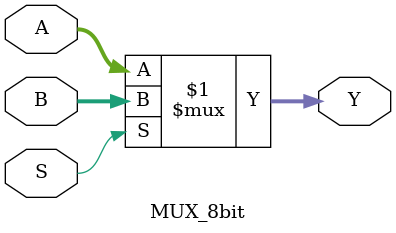
<source format=v>
module MUX_8bit 
(
    input [6:0] A,
    input [6:0] B,
    input S,
    output [6:0] Y
);
    assign Y = S ? B : A;
endmodule
</source>
